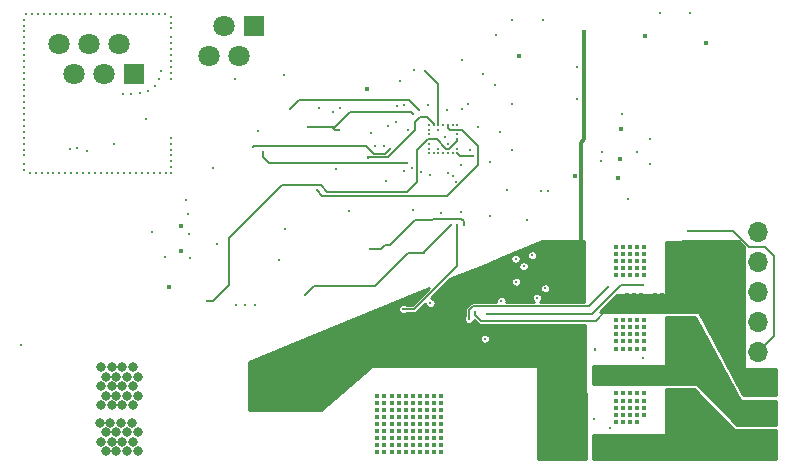
<source format=gbr>
G04 #@! TF.GenerationSoftware,KiCad,Pcbnew,5.1.5-52549c5~84~ubuntu18.04.1*
G04 #@! TF.CreationDate,2020-04-16T17:59:20+02:00*
G04 #@! TF.ProjectId,board,626f6172-642e-46b6-9963-61645f706362,rev?*
G04 #@! TF.SameCoordinates,Original*
G04 #@! TF.FileFunction,Copper,L2,Inr*
G04 #@! TF.FilePolarity,Positive*
%FSLAX46Y46*%
G04 Gerber Fmt 4.6, Leading zero omitted, Abs format (unit mm)*
G04 Created by KiCad (PCBNEW 5.1.5-52549c5~84~ubuntu18.04.1) date 2020-04-16 17:59:20*
%MOMM*%
%LPD*%
G04 APERTURE LIST*
%ADD10O,1.700000X1.700000*%
%ADD11R,1.700000X1.700000*%
%ADD12R,1.800000X1.800000*%
%ADD13C,1.800000*%
%ADD14C,0.310000*%
%ADD15C,0.400000*%
%ADD16C,0.254000*%
%ADD17C,0.800000*%
%ADD18C,0.300000*%
%ADD19C,0.152400*%
%ADD20C,0.254000*%
G04 APERTURE END LIST*
D10*
X156000000Y-119329200D03*
X156000000Y-121869200D03*
X156000000Y-124409200D03*
X156000000Y-126949200D03*
X156000000Y-129489200D03*
X156000000Y-132029200D03*
X156000000Y-134569200D03*
D11*
X156000000Y-137109200D03*
D12*
X113325000Y-101930000D03*
D13*
X112055000Y-104470000D03*
X110785000Y-101930000D03*
X109515000Y-104470000D03*
X96870000Y-103380000D03*
X98140000Y-105920000D03*
D12*
X103220000Y-105920000D03*
D13*
X101950000Y-103380000D03*
X100680000Y-105920000D03*
X99410000Y-103380000D03*
D14*
X128960000Y-112270000D03*
X128960000Y-110670000D03*
X130560000Y-111070000D03*
X129760000Y-111870000D03*
X128160000Y-112270000D03*
D15*
X129100000Y-127200000D03*
X128500000Y-127800000D03*
X124910000Y-127210000D03*
X126700000Y-127800000D03*
X129100000Y-129000000D03*
X129100000Y-127800000D03*
X128500000Y-127200000D03*
X124900000Y-129000000D03*
X126700000Y-128400000D03*
X126100000Y-127200000D03*
X126100000Y-129000000D03*
X124300000Y-127800000D03*
X126100000Y-128400000D03*
X126700000Y-127200000D03*
X123700000Y-127800000D03*
X126100000Y-127800000D03*
X127900000Y-127200000D03*
X124900000Y-127800000D03*
X127310000Y-127210000D03*
X124300000Y-128400000D03*
X127900000Y-129000000D03*
X127300000Y-127800000D03*
X123700000Y-128400000D03*
X125500000Y-129000000D03*
X125500000Y-127200000D03*
X123700000Y-127200000D03*
X124300000Y-129000000D03*
X127900000Y-127800000D03*
X127300000Y-129000000D03*
X125500000Y-128400000D03*
X128500000Y-128400000D03*
X128500000Y-129000000D03*
X123700000Y-129000000D03*
X124900000Y-128400000D03*
X129100000Y-128400000D03*
X127300000Y-128400000D03*
X127900000Y-128400000D03*
X125500000Y-127800000D03*
X126700000Y-129000000D03*
X124300000Y-127200000D03*
X141300000Y-102400000D03*
X141000000Y-120600000D03*
D14*
X117700000Y-124650000D03*
X123600000Y-123900000D03*
X127748000Y-121100000D03*
X130050000Y-118700000D03*
X133750000Y-106885000D03*
X111740000Y-106360000D03*
X115880000Y-106040000D03*
X125700000Y-106510000D03*
X136500000Y-118300000D03*
X133300000Y-118000000D03*
X104200000Y-109800000D03*
X134760000Y-115790000D03*
X130160000Y-110270000D03*
X126057511Y-114137511D03*
X130450000Y-115060000D03*
X128090000Y-108620000D03*
X129200000Y-117696400D03*
D16*
X150110013Y-119267519D03*
D14*
X129655000Y-108965000D03*
X128160000Y-110270000D03*
X147700000Y-100800000D03*
X129360000Y-112670000D03*
X126000000Y-125850000D03*
X130577003Y-118700000D03*
X143300000Y-124000000D03*
X131550000Y-126710000D03*
X146300000Y-123800000D03*
X133060000Y-126250000D03*
X137300000Y-124900000D03*
X146300000Y-130000000D03*
X142200000Y-129300000D03*
X138000000Y-124100000D03*
X136180000Y-122220000D03*
X142130025Y-135169975D03*
X136900000Y-121300000D03*
X143494805Y-135966469D03*
D15*
X126800000Y-136800000D03*
X128000000Y-136800000D03*
X124400000Y-137400000D03*
X128000000Y-136200000D03*
X126200000Y-136200000D03*
X125000000Y-136200000D03*
X124400000Y-136800000D03*
X128000000Y-137400000D03*
X128600000Y-137400000D03*
X126200000Y-136800000D03*
X125010000Y-135610000D03*
X128600000Y-136800000D03*
X124400000Y-136200000D03*
X127400000Y-136800000D03*
X125600000Y-135600000D03*
X126800000Y-137400000D03*
X125000000Y-136800000D03*
X129200000Y-135600000D03*
X126800000Y-135600000D03*
X126200000Y-137400000D03*
X123800000Y-137400000D03*
X128000000Y-135600000D03*
X128600000Y-135600000D03*
X123800000Y-135600000D03*
X128600000Y-136200000D03*
X126200000Y-135600000D03*
X127410000Y-135610000D03*
X127400000Y-136200000D03*
X129200000Y-136800000D03*
X123800000Y-136800000D03*
X125600000Y-137400000D03*
X125600000Y-136200000D03*
X123800000Y-136200000D03*
X125000000Y-137400000D03*
X127400000Y-137400000D03*
X125600000Y-136800000D03*
X124400000Y-135600000D03*
X126800000Y-136200000D03*
X129200000Y-137400000D03*
X129200000Y-136200000D03*
X128600000Y-138000000D03*
X124400000Y-138000000D03*
X126800000Y-138000000D03*
X125600000Y-138000000D03*
X123800000Y-138000000D03*
X126200000Y-138000000D03*
X128000000Y-138000000D03*
X125000000Y-138000000D03*
X129200000Y-138000000D03*
X127400000Y-138000000D03*
X126800000Y-134400000D03*
X128000000Y-134400000D03*
X124400000Y-135000000D03*
X128000000Y-133800000D03*
X126200000Y-133800000D03*
X125000000Y-133800000D03*
X124400000Y-134400000D03*
X128000000Y-135000000D03*
X128600000Y-135000000D03*
X126200000Y-134400000D03*
X125010000Y-133210000D03*
X128600000Y-134400000D03*
X124400000Y-133800000D03*
X127400000Y-134400000D03*
X125600000Y-133200000D03*
X126800000Y-135000000D03*
X125000000Y-134400000D03*
X129200000Y-133200000D03*
X126800000Y-133200000D03*
X126200000Y-135000000D03*
X123800000Y-135000000D03*
X128000000Y-133200000D03*
X128600000Y-133200000D03*
X123800000Y-133200000D03*
X128600000Y-133800000D03*
X126200000Y-133200000D03*
X127410000Y-133210000D03*
X127400000Y-133800000D03*
X129200000Y-134400000D03*
X123800000Y-134400000D03*
X125600000Y-135000000D03*
X125600000Y-133800000D03*
X123800000Y-133800000D03*
X125000000Y-135000000D03*
X127400000Y-135000000D03*
X125600000Y-134400000D03*
X124400000Y-133200000D03*
X126800000Y-133800000D03*
X129200000Y-135000000D03*
X129200000Y-133800000D03*
X146400000Y-127400000D03*
X144600000Y-127400000D03*
X144600000Y-128600000D03*
X144600000Y-128000000D03*
X146400000Y-129200000D03*
X145800000Y-129200000D03*
X145200000Y-126800000D03*
X145800000Y-126800000D03*
X145800000Y-128000000D03*
X145200000Y-129200000D03*
X145200000Y-127400000D03*
X144600000Y-126800000D03*
X145800000Y-127400000D03*
X145800000Y-128600000D03*
X145200000Y-128600000D03*
X145200000Y-128000000D03*
X146400000Y-126800000D03*
X146400000Y-128000000D03*
X144600000Y-129200000D03*
X146400000Y-128600000D03*
X146400000Y-133600000D03*
X144600000Y-133600000D03*
X144600000Y-134800000D03*
X144600000Y-134200000D03*
X145800000Y-135400000D03*
X145200000Y-133000000D03*
X145800000Y-133000000D03*
X145800000Y-134200000D03*
X145200000Y-135400000D03*
X145200000Y-133600000D03*
X144600000Y-133000000D03*
X145800000Y-133600000D03*
X145800000Y-134800000D03*
X145200000Y-134800000D03*
X145200000Y-134200000D03*
X146400000Y-133000000D03*
X146400000Y-134200000D03*
X144600000Y-135400000D03*
X146400000Y-134800000D03*
X144000000Y-128000000D03*
X144000000Y-129200000D03*
X144000000Y-126800000D03*
X144000000Y-128600000D03*
X144000000Y-127400000D03*
X144000000Y-121200000D03*
X144000000Y-122400000D03*
X144000000Y-121800000D03*
X144000000Y-120600000D03*
X144000000Y-123000000D03*
X144000000Y-134800000D03*
X144000000Y-133600000D03*
X144000000Y-135400000D03*
X144000000Y-133000000D03*
X144000000Y-134200000D03*
X146400000Y-121200000D03*
X146400000Y-121800000D03*
X146400000Y-122400000D03*
X146400000Y-123000000D03*
X145800000Y-123000000D03*
X145800000Y-122400000D03*
X145800000Y-121800000D03*
X145800000Y-121200000D03*
X145800000Y-120600000D03*
X145200000Y-120600000D03*
X145200000Y-121200000D03*
X145200000Y-121800000D03*
X145200000Y-122400000D03*
X145200000Y-123000000D03*
X144600000Y-123000000D03*
X144600000Y-120600000D03*
X144600000Y-121800000D03*
X144600000Y-121200000D03*
X144600000Y-122400000D03*
D17*
X100300000Y-135500000D03*
X101200000Y-135500000D03*
X102100000Y-135500000D03*
X103000000Y-135500000D03*
X100800000Y-136300000D03*
X101700000Y-136300000D03*
X102600000Y-136300000D03*
X103500000Y-136300000D03*
X100400000Y-137100000D03*
X101300000Y-137100000D03*
X102200000Y-137100000D03*
X103100000Y-137100000D03*
X100800000Y-137900000D03*
X101700000Y-137900000D03*
X102600000Y-137900000D03*
X103500000Y-137900000D03*
D15*
X146400000Y-120600000D03*
D14*
X133860000Y-102690000D03*
X135200000Y-108500000D03*
X134200000Y-110900000D03*
X135200000Y-112400000D03*
X140700000Y-105400000D03*
X134300000Y-125167399D03*
X132900000Y-128360000D03*
X128290000Y-125350000D03*
X145000000Y-116500000D03*
X126800000Y-117500000D03*
X137812500Y-101400000D03*
X135200000Y-101400000D03*
X107800000Y-117850000D03*
X113700000Y-110800000D03*
X124510000Y-115040000D03*
X121370000Y-117590000D03*
X140680000Y-108090000D03*
X132720000Y-105960000D03*
X129550000Y-111270000D03*
X124740000Y-110340000D03*
X93610000Y-128920000D03*
X120320000Y-113980000D03*
X116000000Y-119050000D03*
X126050000Y-108610000D03*
X126360000Y-110690000D03*
X131610000Y-112370000D03*
X130560000Y-112270000D03*
X133330000Y-113390000D03*
D15*
X107200000Y-118800000D03*
X107200000Y-120975000D03*
X144200000Y-114800000D03*
X140500000Y-114600000D03*
X135800000Y-104400000D03*
X151600000Y-103300000D03*
X122960000Y-107250000D03*
X106180000Y-124020000D03*
X146500000Y-102700000D03*
X144316448Y-113113552D03*
X144400000Y-110600000D03*
D16*
X107590000Y-116630000D03*
D15*
X149100000Y-124700000D03*
X149700000Y-125900000D03*
X149700000Y-124700000D03*
X149100000Y-125900000D03*
X149100000Y-125300000D03*
X149700000Y-125300000D03*
X150300000Y-125300000D03*
X150300000Y-125900000D03*
X150300000Y-124700000D03*
X151000000Y-124700000D03*
X151600000Y-125900000D03*
X151600000Y-124700000D03*
X151000000Y-125900000D03*
X151000000Y-125300000D03*
X151600000Y-125300000D03*
X152200000Y-125300000D03*
X152200000Y-125900000D03*
X152200000Y-124700000D03*
X151600000Y-122900000D03*
X152200000Y-124100000D03*
X152200000Y-122900000D03*
X151600000Y-124100000D03*
X151600000Y-123500000D03*
X152200000Y-123500000D03*
X152800000Y-123500000D03*
X152800000Y-124100000D03*
X152800000Y-122900000D03*
X152200000Y-126500000D03*
X152800000Y-127700000D03*
X152800000Y-126500000D03*
X152200000Y-127700000D03*
X152200000Y-127100000D03*
X152800000Y-127100000D03*
X153400000Y-127100000D03*
X153400000Y-127700000D03*
X153400000Y-126500000D03*
X152800000Y-124700000D03*
X153400000Y-125900000D03*
X153400000Y-124700000D03*
X152800000Y-125900000D03*
X152800000Y-125300000D03*
X153400000Y-125300000D03*
X154000000Y-125300000D03*
X154000000Y-125900000D03*
X154000000Y-124700000D03*
X151600000Y-121100000D03*
X152200000Y-121700000D03*
X152200000Y-122300000D03*
X152200000Y-121100000D03*
X151600000Y-122300000D03*
X152800000Y-122300000D03*
X152800000Y-121100000D03*
X151600000Y-121700000D03*
X152800000Y-121700000D03*
X153400000Y-122900000D03*
X154000000Y-124100000D03*
X153400000Y-124100000D03*
X153400000Y-123500000D03*
X153400000Y-121100000D03*
X153400000Y-122300000D03*
X153400000Y-121700000D03*
X154000000Y-126500000D03*
X154000000Y-127700000D03*
X154000000Y-127100000D03*
X151600000Y-126500000D03*
X152800000Y-128300000D03*
X153400000Y-128300000D03*
X154000000Y-128300000D03*
X152800000Y-128900000D03*
X153400000Y-128900000D03*
X154000000Y-128900000D03*
X154000000Y-129500000D03*
X153400000Y-129500000D03*
X154000000Y-130100000D03*
X153400000Y-130100000D03*
X154000000Y-130700000D03*
X154000000Y-131300000D03*
X144310000Y-124710000D03*
X144900000Y-125900000D03*
X144900000Y-125300000D03*
X145500000Y-124700000D03*
X144300000Y-125900000D03*
X144300000Y-125300000D03*
X145500000Y-125900000D03*
X146100000Y-124700000D03*
X144900000Y-124700000D03*
X146100000Y-125900000D03*
X145500000Y-125300000D03*
X146100000Y-125300000D03*
X146710000Y-124710000D03*
X147300000Y-125900000D03*
X147300000Y-125300000D03*
X147900000Y-124700000D03*
X146700000Y-125900000D03*
X146700000Y-125300000D03*
X147900000Y-125900000D03*
X148500000Y-124700000D03*
X147300000Y-124700000D03*
X148500000Y-125900000D03*
X147900000Y-125300000D03*
X148500000Y-125300000D03*
D14*
X132070000Y-126100000D03*
X143110000Y-126060000D03*
D15*
X149600000Y-132000000D03*
X150200000Y-130800000D03*
X149600000Y-130800000D03*
X150200000Y-132000000D03*
X149600000Y-131400000D03*
X150200000Y-131400000D03*
X152600000Y-132000000D03*
X152600000Y-131400000D03*
X152000000Y-132000000D03*
X152000000Y-131400000D03*
X152600000Y-130800000D03*
X152000000Y-130800000D03*
X150800000Y-132000000D03*
X151400000Y-130800000D03*
X150800000Y-130800000D03*
X151400000Y-132000000D03*
X150800000Y-131400000D03*
X151400000Y-131400000D03*
X152000000Y-130200000D03*
X152000000Y-129600000D03*
X151400000Y-129000000D03*
X151400000Y-129600000D03*
X151400000Y-130200000D03*
X152600000Y-133200000D03*
X153200000Y-133200000D03*
X152600000Y-132600000D03*
X153200000Y-132600000D03*
X153200000Y-132000000D03*
X152000000Y-132600000D03*
X153800000Y-134400000D03*
X153200000Y-134400000D03*
X153800000Y-133800000D03*
X153200000Y-133800000D03*
X153800000Y-133200000D03*
X143600000Y-132000000D03*
X143600000Y-131400000D03*
X148400000Y-130800000D03*
X148400000Y-132000000D03*
X149000000Y-130800000D03*
X143600000Y-130800000D03*
X149000000Y-132000000D03*
X148400000Y-131400000D03*
X149000000Y-131400000D03*
X143100000Y-131400000D03*
X143100000Y-132000000D03*
D14*
X135548036Y-123532076D03*
D15*
X143110000Y-130810000D03*
X149100000Y-137900000D03*
X150300000Y-137900000D03*
X149100000Y-138500000D03*
X148500000Y-137300000D03*
X149700000Y-138500000D03*
X149700000Y-137300000D03*
X150900000Y-137300000D03*
X151500000Y-138500000D03*
X149100000Y-136700000D03*
X149710000Y-136710000D03*
X151500000Y-137300000D03*
X148500000Y-138500000D03*
X149700000Y-137900000D03*
X148500000Y-137900000D03*
X150300000Y-138500000D03*
X151500000Y-137900000D03*
X150900000Y-136700000D03*
X150900000Y-137900000D03*
X151500000Y-136700000D03*
X150900000Y-138500000D03*
X149100000Y-137300000D03*
X150300000Y-136700000D03*
X148500000Y-136700000D03*
X150300000Y-137300000D03*
X152110000Y-136710000D03*
X153900000Y-137300000D03*
X152100000Y-138500000D03*
X153900000Y-137900000D03*
X153300000Y-136700000D03*
X153300000Y-138500000D03*
X153300000Y-137900000D03*
X153900000Y-136700000D03*
X153300000Y-137300000D03*
X152100000Y-137300000D03*
X152700000Y-138500000D03*
X152700000Y-136700000D03*
X152700000Y-137900000D03*
X152100000Y-137900000D03*
X152700000Y-137300000D03*
X153900000Y-138500000D03*
X153300000Y-136100000D03*
X151500000Y-136100000D03*
X151500000Y-135500000D03*
X152700000Y-135500000D03*
X152110000Y-135510000D03*
X152100000Y-136100000D03*
X152700000Y-136100000D03*
X151500000Y-134900000D03*
X152110000Y-134910000D03*
X151500000Y-134300000D03*
X143610000Y-136710000D03*
X144200000Y-137900000D03*
X144200000Y-137300000D03*
X144800000Y-136700000D03*
X143600000Y-137900000D03*
X143600000Y-137300000D03*
X144800000Y-137900000D03*
X145400000Y-136700000D03*
X144200000Y-136700000D03*
X145400000Y-137900000D03*
X144800000Y-137300000D03*
X145400000Y-137300000D03*
X143600000Y-138500000D03*
X145400000Y-138500000D03*
X144800000Y-138500000D03*
X144200000Y-138500000D03*
X146000000Y-137900000D03*
X147800000Y-137900000D03*
X147800000Y-138500000D03*
X147200000Y-137300000D03*
X147800000Y-136700000D03*
X146600000Y-136700000D03*
X146010000Y-136710000D03*
X147200000Y-138500000D03*
X146000000Y-137300000D03*
X147200000Y-137900000D03*
X146000000Y-138500000D03*
X146600000Y-138500000D03*
X146600000Y-137300000D03*
X147800000Y-137300000D03*
X147200000Y-136700000D03*
X146600000Y-137900000D03*
D14*
X135500000Y-121608700D03*
X104940000Y-106980000D03*
X105300000Y-106350000D03*
X105500000Y-105660000D03*
X104390000Y-107420000D03*
X103690000Y-107560000D03*
X102950000Y-107640000D03*
X102270000Y-107670000D03*
X106350000Y-106350000D03*
X106350000Y-105850000D03*
X106350000Y-105350000D03*
X106350000Y-104850000D03*
X106350000Y-104350000D03*
X106350000Y-103850000D03*
X106350000Y-103350000D03*
X106350000Y-102850000D03*
X106350000Y-102100000D03*
X106350000Y-101600000D03*
X106350000Y-101100000D03*
X105830000Y-100870000D03*
X105330000Y-100870000D03*
X104830000Y-100870000D03*
X104330000Y-100870000D03*
X103830000Y-100870000D03*
X103330000Y-100870000D03*
X102830000Y-100870000D03*
X102330000Y-100870000D03*
X101830000Y-100870000D03*
X101330000Y-100870000D03*
X100830000Y-100870000D03*
X100330000Y-100870000D03*
X99580000Y-100870000D03*
X99080000Y-100870000D03*
X98580000Y-100870000D03*
X98080000Y-100870000D03*
X97580000Y-100870000D03*
X97080000Y-100870000D03*
X96580000Y-100870000D03*
X96080000Y-100870000D03*
X95580000Y-100870000D03*
X95080000Y-100870000D03*
X94580000Y-100870000D03*
X94080000Y-100870000D03*
X93850000Y-101350000D03*
X93850000Y-101850000D03*
X93850000Y-102350000D03*
X93850000Y-102850000D03*
X93850000Y-103350000D03*
X93850000Y-103850000D03*
X93850000Y-104350000D03*
X93850000Y-104850000D03*
X93850000Y-105350000D03*
X93850000Y-105850000D03*
X93850000Y-106350000D03*
X93850000Y-106850000D03*
X93850000Y-107350000D03*
X93850000Y-107850000D03*
X93850000Y-108350000D03*
X93850000Y-108850000D03*
X93850000Y-109350000D03*
X93850000Y-109850000D03*
X93850000Y-110350000D03*
X93850000Y-110850000D03*
X93850000Y-111350000D03*
X93850000Y-111850000D03*
X93850000Y-112350000D03*
X93850000Y-112850000D03*
X93850000Y-113600000D03*
X93850000Y-114100000D03*
X94370000Y-114330000D03*
X94870000Y-114330000D03*
X95370000Y-114330000D03*
X95870000Y-114330000D03*
X96370000Y-114330000D03*
X96870000Y-114330000D03*
X97370000Y-114330000D03*
X97870000Y-114330000D03*
X98370000Y-114330000D03*
X98870000Y-114330000D03*
X99370000Y-114330000D03*
X99870000Y-114330000D03*
X100370000Y-114330000D03*
X100870000Y-114330000D03*
X101370000Y-114330000D03*
X101870000Y-114330000D03*
X102370000Y-114330000D03*
X102870000Y-114330000D03*
X103370000Y-114330000D03*
X103870000Y-114330000D03*
X104370000Y-114330000D03*
X104870000Y-114330000D03*
X105370000Y-114330000D03*
X105870000Y-114330000D03*
X106350000Y-114330000D03*
X106350000Y-113850000D03*
X106350000Y-113350000D03*
X106350000Y-112850000D03*
X106300000Y-112400000D03*
X106300000Y-111900000D03*
X106300000Y-111400000D03*
X145785000Y-112600000D03*
X142817600Y-112590000D03*
X142762409Y-113295191D03*
X146915000Y-113600000D03*
X105820000Y-121420000D03*
X107910000Y-121529400D03*
X146915000Y-111500000D03*
X144500000Y-109300000D03*
X109370000Y-125170000D03*
X130560000Y-111470000D03*
X115450000Y-121670000D03*
X138270000Y-115830000D03*
X110245000Y-120325000D03*
X137660000Y-115820000D03*
X123200000Y-120750000D03*
X131103901Y-118710475D03*
X101500000Y-111900000D03*
X109900000Y-113900000D03*
X114110000Y-112540000D03*
X126300000Y-113500000D03*
X113250000Y-112100000D03*
X124840000Y-112340000D03*
D17*
X100800000Y-133200000D03*
X101700000Y-133200000D03*
X102600000Y-133200000D03*
X103500000Y-133200000D03*
X100400000Y-130800000D03*
X101300000Y-130800000D03*
X102200000Y-130800000D03*
X103100000Y-130800000D03*
X100800000Y-131600000D03*
X101700000Y-131600000D03*
X102600000Y-131600000D03*
X103500000Y-131600000D03*
X100400000Y-132400000D03*
X101300000Y-132400000D03*
X102200000Y-132400000D03*
X103100000Y-132400000D03*
X100400000Y-134000000D03*
X101300000Y-134000000D03*
X102200000Y-134000000D03*
X103100000Y-134000000D03*
D14*
X131450000Y-108470000D03*
X98330000Y-112240000D03*
X104690000Y-119340000D03*
X107830000Y-119540000D03*
X128160000Y-112670000D03*
X126743959Y-113953959D03*
X128560000Y-112670000D03*
X127458552Y-114268552D03*
X128960000Y-112670000D03*
X128260000Y-114540000D03*
X126900000Y-105600000D03*
X131000000Y-104800000D03*
X125400000Y-110000000D03*
X132300000Y-110400000D03*
X118880000Y-108800000D03*
X130170000Y-114630000D03*
X120070000Y-109170000D03*
X129760000Y-112670000D03*
X120670000Y-108810000D03*
X129760000Y-114310000D03*
X118650000Y-115810000D03*
X129760000Y-110270000D03*
X127300000Y-109000000D03*
X116400000Y-108930000D03*
X128960000Y-110270000D03*
X127810000Y-105680000D03*
X97770000Y-112270000D03*
X130560000Y-110270000D03*
X130940000Y-108880000D03*
X99220000Y-112444400D03*
X113400000Y-125500000D03*
X124330000Y-112080000D03*
X112600000Y-125500000D03*
X123560000Y-112060000D03*
X111800000Y-125500000D03*
X128160000Y-111870000D03*
X120530000Y-110710000D03*
X117950000Y-110400000D03*
X128160000Y-110670000D03*
X126810000Y-109340000D03*
X129360000Y-110270000D03*
X123230000Y-110940000D03*
X123000000Y-113001600D03*
X128560000Y-110270000D03*
X128160000Y-111070000D03*
X125470000Y-108644400D03*
X130560000Y-112670000D03*
X131900000Y-112925599D03*
X150300000Y-100800000D03*
X130160000Y-112670000D03*
X130910000Y-113650000D03*
X130900000Y-117600000D03*
D18*
X141000000Y-111780000D02*
X141300000Y-111480000D01*
X141000000Y-120600000D02*
X141000000Y-111780000D01*
X141300000Y-102400000D02*
X141300000Y-111480000D01*
D19*
X118450000Y-123900000D02*
X118050000Y-124300000D01*
X123600000Y-123900000D02*
X118450000Y-123900000D01*
X118050000Y-124300000D02*
X117700000Y-124650000D01*
X124192000Y-123308000D02*
X123600000Y-123900000D01*
X126400000Y-121100000D02*
X124192000Y-123308000D01*
X127748000Y-121100000D02*
X126400000Y-121100000D01*
X127762842Y-121100000D02*
X127748000Y-121100000D01*
X127748000Y-121002000D02*
X127748000Y-121100000D01*
X130050000Y-118700000D02*
X127748000Y-121002000D01*
X157350000Y-121390000D02*
X157350000Y-128139200D01*
X157350000Y-128139200D02*
X156000000Y-129489200D01*
X156580000Y-120620000D02*
X157350000Y-121390000D01*
X155300000Y-120620000D02*
X156580000Y-120620000D01*
X150110013Y-119267519D02*
X153947519Y-119267519D01*
X153947519Y-119267519D02*
X155300000Y-120620000D01*
X126902400Y-125850000D02*
X126000000Y-125850000D01*
X130577003Y-118700000D02*
X130577003Y-122175397D01*
X130577003Y-122175397D02*
X126902400Y-125850000D01*
X141691301Y-125608699D02*
X143300000Y-124000000D01*
X131908175Y-125608699D02*
X141691301Y-125608699D01*
X131550000Y-126710000D02*
X131550000Y-125966874D01*
X131550000Y-125966874D02*
X131908175Y-125608699D01*
X133060000Y-126250000D02*
X142000000Y-126250000D01*
X144450000Y-123800000D02*
X146300000Y-123800000D01*
X142000000Y-126250000D02*
X144450000Y-123800000D01*
X142200000Y-129190000D02*
X142200000Y-129300000D01*
X132070000Y-126100000D02*
X132070000Y-126382842D01*
X132070000Y-126382842D02*
X132540359Y-126853201D01*
X142316799Y-126853201D02*
X143110000Y-126060000D01*
X141976799Y-126853201D02*
X142316799Y-126853201D01*
X132540359Y-126853201D02*
X141976799Y-126853201D01*
X109890000Y-125170000D02*
X109370000Y-125170000D01*
X111230000Y-123840000D02*
X109890000Y-125170000D01*
X111230000Y-119840000D02*
X111230000Y-123840000D01*
X113620000Y-117450000D02*
X111230000Y-119840000D01*
X113630000Y-117440000D02*
X113620000Y-117450000D01*
X130560000Y-111611421D02*
X130560000Y-111470000D01*
X129901421Y-112270000D02*
X130560000Y-111611421D01*
X129650000Y-112270000D02*
X129901421Y-112270000D01*
X128090000Y-111470000D02*
X128850000Y-111470000D01*
X128850000Y-111470000D02*
X129650000Y-112270000D01*
X128011201Y-111548799D02*
X128090000Y-111470000D01*
X128005823Y-111548799D02*
X128011201Y-111548799D01*
X115720000Y-115350000D02*
X119000000Y-115350000D01*
X119560000Y-115910000D02*
X126300000Y-115910000D01*
X113620000Y-117450000D02*
X115720000Y-115350000D01*
X127137351Y-115072649D02*
X127137351Y-112417271D01*
X119000000Y-115350000D02*
X119560000Y-115910000D01*
X127137351Y-112417271D02*
X128005823Y-111548799D01*
X126300000Y-115910000D02*
X127137351Y-115072649D01*
X124430000Y-120422400D02*
X124102400Y-120750000D01*
X124857600Y-120422400D02*
X124430000Y-120422400D01*
X131103901Y-118710475D02*
X131103901Y-118427633D01*
X131103901Y-118427633D02*
X130866268Y-118190000D01*
X130866268Y-118190000D02*
X128530000Y-118190000D01*
X128530000Y-118190000D02*
X128385601Y-118334399D01*
X128385601Y-118334399D02*
X126945601Y-118334399D01*
X124102400Y-120750000D02*
X123200000Y-120750000D01*
X126945601Y-118334399D02*
X124857600Y-120422400D01*
X114110000Y-113010000D02*
X114110000Y-112540000D01*
X126300000Y-113500000D02*
X114600000Y-113500000D01*
X114600000Y-113500000D02*
X114110000Y-113010000D01*
X124480000Y-112700000D02*
X124840000Y-112340000D01*
X123490000Y-112700000D02*
X124480000Y-112700000D01*
X122866815Y-112076815D02*
X123490000Y-112700000D01*
X113226815Y-112076815D02*
X113250000Y-112100000D01*
X113226815Y-112076815D02*
X122866815Y-112076815D01*
X129760000Y-110520000D02*
X129760000Y-110270000D01*
X129920000Y-110680000D02*
X129760000Y-110520000D01*
X119120000Y-116280000D02*
X129705378Y-116280000D01*
X118650000Y-115810000D02*
X119120000Y-116280000D01*
X129705378Y-116280000D02*
X132300000Y-113685378D01*
X132300000Y-113685378D02*
X132300000Y-112020000D01*
X132300000Y-112020000D02*
X130960000Y-110680000D01*
X130960000Y-110680000D02*
X129920000Y-110680000D01*
X116831601Y-108498399D02*
X116400000Y-108930000D01*
X126798399Y-108498399D02*
X126880000Y-108580000D01*
X126880000Y-108580000D02*
X127300000Y-109000000D01*
X126440000Y-108140000D02*
X126700000Y-108400000D01*
X126700000Y-108400000D02*
X126880000Y-108580000D01*
X117190000Y-108140000D02*
X126440000Y-108140000D01*
X116400000Y-108930000D02*
X117190000Y-108140000D01*
X128878831Y-106748831D02*
X127810000Y-105680000D01*
X128960000Y-110270000D02*
X128960000Y-106830000D01*
X128960000Y-106830000D02*
X128878831Y-106748831D01*
X118232842Y-110400000D02*
X117950000Y-110400000D01*
X119937158Y-110400000D02*
X119714330Y-110400000D01*
X120247158Y-110710000D02*
X119937158Y-110400000D01*
X120530000Y-110710000D02*
X120247158Y-110710000D01*
X119714330Y-110400000D02*
X118232842Y-110400000D01*
X121454063Y-109179299D02*
X126435954Y-109179299D01*
X120233362Y-110400000D02*
X121454063Y-109179299D01*
X119714330Y-110400000D02*
X120233362Y-110400000D01*
X126435954Y-109179299D02*
X126649299Y-109179299D01*
X126649299Y-109179299D02*
X126810000Y-109340000D01*
X123038400Y-113040000D02*
X123000000Y-113001600D01*
X123282842Y-113001600D02*
X123000000Y-113001600D01*
X123286052Y-113004810D02*
X123282842Y-113001600D01*
X124684978Y-113000000D02*
X124640000Y-113000000D01*
X124640000Y-113000000D02*
X123286052Y-113004810D01*
X128560000Y-110270000D02*
X128560000Y-110165022D01*
X128560000Y-110165022D02*
X128014978Y-109620000D01*
X127390000Y-109620000D02*
X127010000Y-110000000D01*
X128014978Y-109620000D02*
X127390000Y-109620000D01*
X127010000Y-110000000D02*
X127010000Y-110674978D01*
X127010000Y-110674978D02*
X124684978Y-113000000D01*
X131900000Y-112925599D02*
X130977936Y-112925599D01*
X130815599Y-112925599D02*
X131900000Y-112925599D01*
X130560000Y-112670000D02*
X130815599Y-112925599D01*
D20*
G36*
X141329175Y-125253099D02*
G01*
X137553450Y-125253099D01*
X137576914Y-125237421D01*
X137637421Y-125176914D01*
X137684960Y-125105766D01*
X137717706Y-125026710D01*
X137734400Y-124942785D01*
X137734400Y-124857215D01*
X137717706Y-124773290D01*
X137684960Y-124694234D01*
X137637421Y-124623086D01*
X137576914Y-124562579D01*
X137505766Y-124515040D01*
X137426710Y-124482294D01*
X137342785Y-124465600D01*
X137257215Y-124465600D01*
X137173290Y-124482294D01*
X137094234Y-124515040D01*
X137023086Y-124562579D01*
X136962579Y-124623086D01*
X136915040Y-124694234D01*
X136882294Y-124773290D01*
X136865600Y-124857215D01*
X136865600Y-124942785D01*
X136882294Y-125026710D01*
X136915040Y-125105766D01*
X136962579Y-125176914D01*
X137023086Y-125237421D01*
X137046550Y-125253099D01*
X134723416Y-125253099D01*
X134732000Y-125209947D01*
X134732000Y-125124851D01*
X134715398Y-125041389D01*
X134682833Y-124962770D01*
X134635556Y-124892015D01*
X134575384Y-124831843D01*
X134504629Y-124784566D01*
X134426010Y-124752001D01*
X134342548Y-124735399D01*
X134257452Y-124735399D01*
X134173990Y-124752001D01*
X134095371Y-124784566D01*
X134024616Y-124831843D01*
X133964444Y-124892015D01*
X133917167Y-124962770D01*
X133884602Y-125041389D01*
X133868000Y-125124851D01*
X133868000Y-125209947D01*
X133876584Y-125253099D01*
X131925630Y-125253099D01*
X131908175Y-125251380D01*
X131890719Y-125253099D01*
X131890712Y-125253099D01*
X131844741Y-125257627D01*
X131838464Y-125258245D01*
X131818131Y-125264413D01*
X131771435Y-125278578D01*
X131709659Y-125311598D01*
X131655512Y-125356036D01*
X131644380Y-125369600D01*
X131310901Y-125703080D01*
X131297338Y-125714211D01*
X131252900Y-125768358D01*
X131245608Y-125782000D01*
X131219880Y-125830133D01*
X131199546Y-125897164D01*
X131192681Y-125966874D01*
X131194401Y-125984339D01*
X131194400Y-126460293D01*
X131165040Y-126504234D01*
X131132294Y-126583290D01*
X131115600Y-126667215D01*
X131115600Y-126752785D01*
X131132294Y-126836710D01*
X131165040Y-126915766D01*
X131212579Y-126986914D01*
X131273086Y-127047421D01*
X131344234Y-127094960D01*
X131423290Y-127127706D01*
X131507215Y-127144400D01*
X131592785Y-127144400D01*
X131676710Y-127127706D01*
X131755766Y-127094960D01*
X131826914Y-127047421D01*
X131887421Y-126986914D01*
X131934960Y-126915766D01*
X131967706Y-126836710D01*
X131977107Y-126789448D01*
X132278345Y-127090687D01*
X132289401Y-127104159D01*
X132302872Y-127115214D01*
X132343182Y-127148296D01*
X132375979Y-127165826D01*
X132404542Y-127181093D01*
X132471120Y-127201290D01*
X132523016Y-127206401D01*
X132523018Y-127206401D01*
X132540358Y-127208109D01*
X132557698Y-127206401D01*
X141350066Y-127206401D01*
X141471634Y-138573000D01*
X137427000Y-138573000D01*
X137427000Y-130800000D01*
X137424560Y-130775224D01*
X137417333Y-130751399D01*
X137405597Y-130729443D01*
X137389803Y-130710197D01*
X137370557Y-130694403D01*
X137348601Y-130682667D01*
X137324776Y-130675440D01*
X137300000Y-130673000D01*
X123400000Y-130673000D01*
X123375224Y-130675440D01*
X123351399Y-130682667D01*
X123329443Y-130694403D01*
X123317165Y-130703733D01*
X119052882Y-134373000D01*
X112927000Y-134373000D01*
X112927000Y-130345028D01*
X117847725Y-128317452D01*
X132468000Y-128317452D01*
X132468000Y-128402548D01*
X132484602Y-128486010D01*
X132517167Y-128564629D01*
X132564444Y-128635384D01*
X132624616Y-128695556D01*
X132695371Y-128742833D01*
X132773990Y-128775398D01*
X132857452Y-128792000D01*
X132942548Y-128792000D01*
X133026010Y-128775398D01*
X133104629Y-128742833D01*
X133175384Y-128695556D01*
X133235556Y-128635384D01*
X133282833Y-128564629D01*
X133315398Y-128486010D01*
X133332000Y-128402548D01*
X133332000Y-128317452D01*
X133315398Y-128233990D01*
X133282833Y-128155371D01*
X133235556Y-128084616D01*
X133175384Y-128024444D01*
X133104629Y-127977167D01*
X133026010Y-127944602D01*
X132942548Y-127928000D01*
X132857452Y-127928000D01*
X132773990Y-127944602D01*
X132695371Y-127977167D01*
X132624616Y-128024444D01*
X132564444Y-128084616D01*
X132517167Y-128155371D01*
X132484602Y-128233990D01*
X132468000Y-128317452D01*
X117847725Y-128317452D01*
X128201844Y-124051056D01*
X126756101Y-125496800D01*
X126248978Y-125496800D01*
X126204629Y-125467167D01*
X126126010Y-125434602D01*
X126042548Y-125418000D01*
X125957452Y-125418000D01*
X125873990Y-125434602D01*
X125795371Y-125467167D01*
X125724616Y-125514444D01*
X125664444Y-125574616D01*
X125617167Y-125645371D01*
X125584602Y-125723990D01*
X125568000Y-125807452D01*
X125568000Y-125892548D01*
X125584602Y-125976010D01*
X125617167Y-126054629D01*
X125664444Y-126125384D01*
X125724616Y-126185556D01*
X125795371Y-126232833D01*
X125873990Y-126265398D01*
X125957452Y-126282000D01*
X126042548Y-126282000D01*
X126126010Y-126265398D01*
X126204629Y-126232833D01*
X126248978Y-126203200D01*
X126885060Y-126203200D01*
X126902400Y-126204908D01*
X126919740Y-126203200D01*
X126919743Y-126203200D01*
X126971639Y-126198089D01*
X127038217Y-126177892D01*
X127099576Y-126145095D01*
X127153358Y-126100958D01*
X127164419Y-126087481D01*
X127858224Y-125393675D01*
X127874602Y-125476010D01*
X127907167Y-125554629D01*
X127954444Y-125625384D01*
X128014616Y-125685556D01*
X128085371Y-125732833D01*
X128163990Y-125765398D01*
X128247452Y-125782000D01*
X128332548Y-125782000D01*
X128416010Y-125765398D01*
X128494629Y-125732833D01*
X128565384Y-125685556D01*
X128625556Y-125625384D01*
X128672833Y-125554629D01*
X128705398Y-125476010D01*
X128722000Y-125392548D01*
X128722000Y-125307452D01*
X128705398Y-125223990D01*
X128672833Y-125145371D01*
X128625556Y-125074616D01*
X128565384Y-125014444D01*
X128494629Y-124967167D01*
X128416010Y-124934602D01*
X128333675Y-124918224D01*
X129194684Y-124057215D01*
X137565600Y-124057215D01*
X137565600Y-124142785D01*
X137582294Y-124226710D01*
X137615040Y-124305766D01*
X137662579Y-124376914D01*
X137723086Y-124437421D01*
X137794234Y-124484960D01*
X137873290Y-124517706D01*
X137957215Y-124534400D01*
X138042785Y-124534400D01*
X138126710Y-124517706D01*
X138205766Y-124484960D01*
X138276914Y-124437421D01*
X138337421Y-124376914D01*
X138384960Y-124305766D01*
X138417706Y-124226710D01*
X138434400Y-124142785D01*
X138434400Y-124057215D01*
X138417706Y-123973290D01*
X138384960Y-123894234D01*
X138337421Y-123823086D01*
X138276914Y-123762579D01*
X138205766Y-123715040D01*
X138126710Y-123682294D01*
X138042785Y-123665600D01*
X137957215Y-123665600D01*
X137873290Y-123682294D01*
X137794234Y-123715040D01*
X137723086Y-123762579D01*
X137662579Y-123823086D01*
X137615040Y-123894234D01*
X137582294Y-123973290D01*
X137565600Y-124057215D01*
X129194684Y-124057215D01*
X129762372Y-123489528D01*
X135116036Y-123489528D01*
X135116036Y-123574624D01*
X135132638Y-123658086D01*
X135165203Y-123736705D01*
X135212480Y-123807460D01*
X135272652Y-123867632D01*
X135343407Y-123914909D01*
X135422026Y-123947474D01*
X135505488Y-123964076D01*
X135590584Y-123964076D01*
X135674046Y-123947474D01*
X135752665Y-123914909D01*
X135823420Y-123867632D01*
X135883592Y-123807460D01*
X135930869Y-123736705D01*
X135963434Y-123658086D01*
X135980036Y-123574624D01*
X135980036Y-123489528D01*
X135963434Y-123406066D01*
X135930869Y-123327447D01*
X135883592Y-123256692D01*
X135823420Y-123196520D01*
X135752665Y-123149243D01*
X135674046Y-123116678D01*
X135590584Y-123100076D01*
X135505488Y-123100076D01*
X135422026Y-123116678D01*
X135343407Y-123149243D01*
X135272652Y-123196520D01*
X135212480Y-123256692D01*
X135165203Y-123327447D01*
X135132638Y-123406066D01*
X135116036Y-123489528D01*
X129762372Y-123489528D01*
X129900963Y-123350938D01*
X132749471Y-122177215D01*
X135745600Y-122177215D01*
X135745600Y-122262785D01*
X135762294Y-122346710D01*
X135795040Y-122425766D01*
X135842579Y-122496914D01*
X135903086Y-122557421D01*
X135974234Y-122604960D01*
X136053290Y-122637706D01*
X136137215Y-122654400D01*
X136222785Y-122654400D01*
X136306710Y-122637706D01*
X136385766Y-122604960D01*
X136456914Y-122557421D01*
X136517421Y-122496914D01*
X136564960Y-122425766D01*
X136597706Y-122346710D01*
X136614400Y-122262785D01*
X136614400Y-122177215D01*
X136597706Y-122093290D01*
X136564960Y-122014234D01*
X136517421Y-121943086D01*
X136456914Y-121882579D01*
X136385766Y-121835040D01*
X136306710Y-121802294D01*
X136222785Y-121785600D01*
X136137215Y-121785600D01*
X136053290Y-121802294D01*
X135974234Y-121835040D01*
X135903086Y-121882579D01*
X135842579Y-121943086D01*
X135795040Y-122014234D01*
X135762294Y-122093290D01*
X135745600Y-122177215D01*
X132749471Y-122177215D01*
X134232460Y-121566152D01*
X135068000Y-121566152D01*
X135068000Y-121651248D01*
X135084602Y-121734710D01*
X135117167Y-121813329D01*
X135164444Y-121884084D01*
X135224616Y-121944256D01*
X135295371Y-121991533D01*
X135373990Y-122024098D01*
X135457452Y-122040700D01*
X135542548Y-122040700D01*
X135626010Y-122024098D01*
X135704629Y-121991533D01*
X135775384Y-121944256D01*
X135835556Y-121884084D01*
X135882833Y-121813329D01*
X135915398Y-121734710D01*
X135932000Y-121651248D01*
X135932000Y-121566152D01*
X135915398Y-121482690D01*
X135882833Y-121404071D01*
X135835556Y-121333316D01*
X135775384Y-121273144D01*
X135751545Y-121257215D01*
X136465600Y-121257215D01*
X136465600Y-121342785D01*
X136482294Y-121426710D01*
X136515040Y-121505766D01*
X136562579Y-121576914D01*
X136623086Y-121637421D01*
X136694234Y-121684960D01*
X136773290Y-121717706D01*
X136857215Y-121734400D01*
X136942785Y-121734400D01*
X137026710Y-121717706D01*
X137105766Y-121684960D01*
X137176914Y-121637421D01*
X137237421Y-121576914D01*
X137284960Y-121505766D01*
X137317706Y-121426710D01*
X137334400Y-121342785D01*
X137334400Y-121257215D01*
X137317706Y-121173290D01*
X137284960Y-121094234D01*
X137237421Y-121023086D01*
X137176914Y-120962579D01*
X137105766Y-120915040D01*
X137026710Y-120882294D01*
X136942785Y-120865600D01*
X136857215Y-120865600D01*
X136773290Y-120882294D01*
X136694234Y-120915040D01*
X136623086Y-120962579D01*
X136562579Y-121023086D01*
X136515040Y-121094234D01*
X136482294Y-121173290D01*
X136465600Y-121257215D01*
X135751545Y-121257215D01*
X135704629Y-121225867D01*
X135626010Y-121193302D01*
X135542548Y-121176700D01*
X135457452Y-121176700D01*
X135373990Y-121193302D01*
X135295371Y-121225867D01*
X135224616Y-121273144D01*
X135164444Y-121333316D01*
X135117167Y-121404071D01*
X135084602Y-121482690D01*
X135068000Y-121566152D01*
X134232460Y-121566152D01*
X137725139Y-120127000D01*
X141274351Y-120127000D01*
X141329175Y-125253099D01*
G37*
X141329175Y-125253099D02*
X137553450Y-125253099D01*
X137576914Y-125237421D01*
X137637421Y-125176914D01*
X137684960Y-125105766D01*
X137717706Y-125026710D01*
X137734400Y-124942785D01*
X137734400Y-124857215D01*
X137717706Y-124773290D01*
X137684960Y-124694234D01*
X137637421Y-124623086D01*
X137576914Y-124562579D01*
X137505766Y-124515040D01*
X137426710Y-124482294D01*
X137342785Y-124465600D01*
X137257215Y-124465600D01*
X137173290Y-124482294D01*
X137094234Y-124515040D01*
X137023086Y-124562579D01*
X136962579Y-124623086D01*
X136915040Y-124694234D01*
X136882294Y-124773290D01*
X136865600Y-124857215D01*
X136865600Y-124942785D01*
X136882294Y-125026710D01*
X136915040Y-125105766D01*
X136962579Y-125176914D01*
X137023086Y-125237421D01*
X137046550Y-125253099D01*
X134723416Y-125253099D01*
X134732000Y-125209947D01*
X134732000Y-125124851D01*
X134715398Y-125041389D01*
X134682833Y-124962770D01*
X134635556Y-124892015D01*
X134575384Y-124831843D01*
X134504629Y-124784566D01*
X134426010Y-124752001D01*
X134342548Y-124735399D01*
X134257452Y-124735399D01*
X134173990Y-124752001D01*
X134095371Y-124784566D01*
X134024616Y-124831843D01*
X133964444Y-124892015D01*
X133917167Y-124962770D01*
X133884602Y-125041389D01*
X133868000Y-125124851D01*
X133868000Y-125209947D01*
X133876584Y-125253099D01*
X131925630Y-125253099D01*
X131908175Y-125251380D01*
X131890719Y-125253099D01*
X131890712Y-125253099D01*
X131844741Y-125257627D01*
X131838464Y-125258245D01*
X131818131Y-125264413D01*
X131771435Y-125278578D01*
X131709659Y-125311598D01*
X131655512Y-125356036D01*
X131644380Y-125369600D01*
X131310901Y-125703080D01*
X131297338Y-125714211D01*
X131252900Y-125768358D01*
X131245608Y-125782000D01*
X131219880Y-125830133D01*
X131199546Y-125897164D01*
X131192681Y-125966874D01*
X131194401Y-125984339D01*
X131194400Y-126460293D01*
X131165040Y-126504234D01*
X131132294Y-126583290D01*
X131115600Y-126667215D01*
X131115600Y-126752785D01*
X131132294Y-126836710D01*
X131165040Y-126915766D01*
X131212579Y-126986914D01*
X131273086Y-127047421D01*
X131344234Y-127094960D01*
X131423290Y-127127706D01*
X131507215Y-127144400D01*
X131592785Y-127144400D01*
X131676710Y-127127706D01*
X131755766Y-127094960D01*
X131826914Y-127047421D01*
X131887421Y-126986914D01*
X131934960Y-126915766D01*
X131967706Y-126836710D01*
X131977107Y-126789448D01*
X132278345Y-127090687D01*
X132289401Y-127104159D01*
X132302872Y-127115214D01*
X132343182Y-127148296D01*
X132375979Y-127165826D01*
X132404542Y-127181093D01*
X132471120Y-127201290D01*
X132523016Y-127206401D01*
X132523018Y-127206401D01*
X132540358Y-127208109D01*
X132557698Y-127206401D01*
X141350066Y-127206401D01*
X141471634Y-138573000D01*
X137427000Y-138573000D01*
X137427000Y-130800000D01*
X137424560Y-130775224D01*
X137417333Y-130751399D01*
X137405597Y-130729443D01*
X137389803Y-130710197D01*
X137370557Y-130694403D01*
X137348601Y-130682667D01*
X137324776Y-130675440D01*
X137300000Y-130673000D01*
X123400000Y-130673000D01*
X123375224Y-130675440D01*
X123351399Y-130682667D01*
X123329443Y-130694403D01*
X123317165Y-130703733D01*
X119052882Y-134373000D01*
X112927000Y-134373000D01*
X112927000Y-130345028D01*
X117847725Y-128317452D01*
X132468000Y-128317452D01*
X132468000Y-128402548D01*
X132484602Y-128486010D01*
X132517167Y-128564629D01*
X132564444Y-128635384D01*
X132624616Y-128695556D01*
X132695371Y-128742833D01*
X132773990Y-128775398D01*
X132857452Y-128792000D01*
X132942548Y-128792000D01*
X133026010Y-128775398D01*
X133104629Y-128742833D01*
X133175384Y-128695556D01*
X133235556Y-128635384D01*
X133282833Y-128564629D01*
X133315398Y-128486010D01*
X133332000Y-128402548D01*
X133332000Y-128317452D01*
X133315398Y-128233990D01*
X133282833Y-128155371D01*
X133235556Y-128084616D01*
X133175384Y-128024444D01*
X133104629Y-127977167D01*
X133026010Y-127944602D01*
X132942548Y-127928000D01*
X132857452Y-127928000D01*
X132773990Y-127944602D01*
X132695371Y-127977167D01*
X132624616Y-128024444D01*
X132564444Y-128084616D01*
X132517167Y-128155371D01*
X132484602Y-128233990D01*
X132468000Y-128317452D01*
X117847725Y-128317452D01*
X128201844Y-124051056D01*
X126756101Y-125496800D01*
X126248978Y-125496800D01*
X126204629Y-125467167D01*
X126126010Y-125434602D01*
X126042548Y-125418000D01*
X125957452Y-125418000D01*
X125873990Y-125434602D01*
X125795371Y-125467167D01*
X125724616Y-125514444D01*
X125664444Y-125574616D01*
X125617167Y-125645371D01*
X125584602Y-125723990D01*
X125568000Y-125807452D01*
X125568000Y-125892548D01*
X125584602Y-125976010D01*
X125617167Y-126054629D01*
X125664444Y-126125384D01*
X125724616Y-126185556D01*
X125795371Y-126232833D01*
X125873990Y-126265398D01*
X125957452Y-126282000D01*
X126042548Y-126282000D01*
X126126010Y-126265398D01*
X126204629Y-126232833D01*
X126248978Y-126203200D01*
X126885060Y-126203200D01*
X126902400Y-126204908D01*
X126919740Y-126203200D01*
X126919743Y-126203200D01*
X126971639Y-126198089D01*
X127038217Y-126177892D01*
X127099576Y-126145095D01*
X127153358Y-126100958D01*
X127164419Y-126087481D01*
X127858224Y-125393675D01*
X127874602Y-125476010D01*
X127907167Y-125554629D01*
X127954444Y-125625384D01*
X128014616Y-125685556D01*
X128085371Y-125732833D01*
X128163990Y-125765398D01*
X128247452Y-125782000D01*
X128332548Y-125782000D01*
X128416010Y-125765398D01*
X128494629Y-125732833D01*
X128565384Y-125685556D01*
X128625556Y-125625384D01*
X128672833Y-125554629D01*
X128705398Y-125476010D01*
X128722000Y-125392548D01*
X128722000Y-125307452D01*
X128705398Y-125223990D01*
X128672833Y-125145371D01*
X128625556Y-125074616D01*
X128565384Y-125014444D01*
X128494629Y-124967167D01*
X128416010Y-124934602D01*
X128333675Y-124918224D01*
X129194684Y-124057215D01*
X137565600Y-124057215D01*
X137565600Y-124142785D01*
X137582294Y-124226710D01*
X137615040Y-124305766D01*
X137662579Y-124376914D01*
X137723086Y-124437421D01*
X137794234Y-124484960D01*
X137873290Y-124517706D01*
X137957215Y-124534400D01*
X138042785Y-124534400D01*
X138126710Y-124517706D01*
X138205766Y-124484960D01*
X138276914Y-124437421D01*
X138337421Y-124376914D01*
X138384960Y-124305766D01*
X138417706Y-124226710D01*
X138434400Y-124142785D01*
X138434400Y-124057215D01*
X138417706Y-123973290D01*
X138384960Y-123894234D01*
X138337421Y-123823086D01*
X138276914Y-123762579D01*
X138205766Y-123715040D01*
X138126710Y-123682294D01*
X138042785Y-123665600D01*
X137957215Y-123665600D01*
X137873290Y-123682294D01*
X137794234Y-123715040D01*
X137723086Y-123762579D01*
X137662579Y-123823086D01*
X137615040Y-123894234D01*
X137582294Y-123973290D01*
X137565600Y-124057215D01*
X129194684Y-124057215D01*
X129762372Y-123489528D01*
X135116036Y-123489528D01*
X135116036Y-123574624D01*
X135132638Y-123658086D01*
X135165203Y-123736705D01*
X135212480Y-123807460D01*
X135272652Y-123867632D01*
X135343407Y-123914909D01*
X135422026Y-123947474D01*
X135505488Y-123964076D01*
X135590584Y-123964076D01*
X135674046Y-123947474D01*
X135752665Y-123914909D01*
X135823420Y-123867632D01*
X135883592Y-123807460D01*
X135930869Y-123736705D01*
X135963434Y-123658086D01*
X135980036Y-123574624D01*
X135980036Y-123489528D01*
X135963434Y-123406066D01*
X135930869Y-123327447D01*
X135883592Y-123256692D01*
X135823420Y-123196520D01*
X135752665Y-123149243D01*
X135674046Y-123116678D01*
X135590584Y-123100076D01*
X135505488Y-123100076D01*
X135422026Y-123116678D01*
X135343407Y-123149243D01*
X135272652Y-123196520D01*
X135212480Y-123256692D01*
X135165203Y-123327447D01*
X135132638Y-123406066D01*
X135116036Y-123489528D01*
X129762372Y-123489528D01*
X129900963Y-123350938D01*
X132749471Y-122177215D01*
X135745600Y-122177215D01*
X135745600Y-122262785D01*
X135762294Y-122346710D01*
X135795040Y-122425766D01*
X135842579Y-122496914D01*
X135903086Y-122557421D01*
X135974234Y-122604960D01*
X136053290Y-122637706D01*
X136137215Y-122654400D01*
X136222785Y-122654400D01*
X136306710Y-122637706D01*
X136385766Y-122604960D01*
X136456914Y-122557421D01*
X136517421Y-122496914D01*
X136564960Y-122425766D01*
X136597706Y-122346710D01*
X136614400Y-122262785D01*
X136614400Y-122177215D01*
X136597706Y-122093290D01*
X136564960Y-122014234D01*
X136517421Y-121943086D01*
X136456914Y-121882579D01*
X136385766Y-121835040D01*
X136306710Y-121802294D01*
X136222785Y-121785600D01*
X136137215Y-121785600D01*
X136053290Y-121802294D01*
X135974234Y-121835040D01*
X135903086Y-121882579D01*
X135842579Y-121943086D01*
X135795040Y-122014234D01*
X135762294Y-122093290D01*
X135745600Y-122177215D01*
X132749471Y-122177215D01*
X134232460Y-121566152D01*
X135068000Y-121566152D01*
X135068000Y-121651248D01*
X135084602Y-121734710D01*
X135117167Y-121813329D01*
X135164444Y-121884084D01*
X135224616Y-121944256D01*
X135295371Y-121991533D01*
X135373990Y-122024098D01*
X135457452Y-122040700D01*
X135542548Y-122040700D01*
X135626010Y-122024098D01*
X135704629Y-121991533D01*
X135775384Y-121944256D01*
X135835556Y-121884084D01*
X135882833Y-121813329D01*
X135915398Y-121734710D01*
X135932000Y-121651248D01*
X135932000Y-121566152D01*
X135915398Y-121482690D01*
X135882833Y-121404071D01*
X135835556Y-121333316D01*
X135775384Y-121273144D01*
X135751545Y-121257215D01*
X136465600Y-121257215D01*
X136465600Y-121342785D01*
X136482294Y-121426710D01*
X136515040Y-121505766D01*
X136562579Y-121576914D01*
X136623086Y-121637421D01*
X136694234Y-121684960D01*
X136773290Y-121717706D01*
X136857215Y-121734400D01*
X136942785Y-121734400D01*
X137026710Y-121717706D01*
X137105766Y-121684960D01*
X137176914Y-121637421D01*
X137237421Y-121576914D01*
X137284960Y-121505766D01*
X137317706Y-121426710D01*
X137334400Y-121342785D01*
X137334400Y-121257215D01*
X137317706Y-121173290D01*
X137284960Y-121094234D01*
X137237421Y-121023086D01*
X137176914Y-120962579D01*
X137105766Y-120915040D01*
X137026710Y-120882294D01*
X136942785Y-120865600D01*
X136857215Y-120865600D01*
X136773290Y-120882294D01*
X136694234Y-120915040D01*
X136623086Y-120962579D01*
X136562579Y-121023086D01*
X136515040Y-121094234D01*
X136482294Y-121173290D01*
X136465600Y-121257215D01*
X135751545Y-121257215D01*
X135704629Y-121225867D01*
X135626010Y-121193302D01*
X135542548Y-121176700D01*
X135457452Y-121176700D01*
X135373990Y-121193302D01*
X135295371Y-121225867D01*
X135224616Y-121273144D01*
X135164444Y-121333316D01*
X135117167Y-121404071D01*
X135084602Y-121482690D01*
X135068000Y-121566152D01*
X134232460Y-121566152D01*
X137725139Y-120127000D01*
X141274351Y-120127000D01*
X141329175Y-125253099D01*
G36*
X154873000Y-120607647D02*
G01*
X154873000Y-130800000D01*
X154875440Y-130824776D01*
X154882667Y-130848601D01*
X154894403Y-130870557D01*
X154910197Y-130889803D01*
X154929443Y-130905597D01*
X154951399Y-130917333D01*
X154975224Y-130924560D01*
X155000000Y-130927000D01*
X157573000Y-130927000D01*
X157573000Y-133173000D01*
X154776073Y-133173000D01*
X151011971Y-126140072D01*
X150998128Y-126119379D01*
X150980514Y-126101784D01*
X150959806Y-126087963D01*
X150936800Y-126078449D01*
X150900000Y-126073000D01*
X142679893Y-126073000D01*
X144122321Y-124630574D01*
X148119796Y-124637000D01*
X148144576Y-124634599D01*
X148168412Y-124627411D01*
X148190388Y-124615710D01*
X148209658Y-124599947D01*
X148225483Y-124580727D01*
X148237254Y-124558789D01*
X148244520Y-124534977D01*
X148246999Y-124509436D01*
X148227564Y-120136528D01*
X150800200Y-120127000D01*
X154392354Y-120127000D01*
X154873000Y-120607647D01*
G37*
X154873000Y-120607647D02*
X154873000Y-130800000D01*
X154875440Y-130824776D01*
X154882667Y-130848601D01*
X154894403Y-130870557D01*
X154910197Y-130889803D01*
X154929443Y-130905597D01*
X154951399Y-130917333D01*
X154975224Y-130924560D01*
X155000000Y-130927000D01*
X157573000Y-130927000D01*
X157573000Y-133173000D01*
X154776073Y-133173000D01*
X151011971Y-126140072D01*
X150998128Y-126119379D01*
X150980514Y-126101784D01*
X150959806Y-126087963D01*
X150936800Y-126078449D01*
X150900000Y-126073000D01*
X142679893Y-126073000D01*
X144122321Y-124630574D01*
X148119796Y-124637000D01*
X148144576Y-124634599D01*
X148168412Y-124627411D01*
X148190388Y-124615710D01*
X148209658Y-124599947D01*
X148225483Y-124580727D01*
X148237254Y-124558789D01*
X148244520Y-124534977D01*
X148246999Y-124509436D01*
X148227564Y-120136528D01*
X150800200Y-120127000D01*
X154392354Y-120127000D01*
X154873000Y-120607647D01*
G36*
X150723776Y-126526718D02*
G01*
X154488029Y-133559928D01*
X154501872Y-133580621D01*
X154519486Y-133598216D01*
X154540194Y-133612037D01*
X154563200Y-133621551D01*
X154600000Y-133627000D01*
X157573000Y-133627000D01*
X157573000Y-135673000D01*
X154253686Y-135673000D01*
X150891094Y-132211508D01*
X150872080Y-132195437D01*
X150850296Y-132183384D01*
X150826579Y-132175812D01*
X150800000Y-132173000D01*
X142027000Y-132173000D01*
X142027000Y-130677822D01*
X148099181Y-130716997D01*
X148123972Y-130714717D01*
X148147843Y-130707644D01*
X148169875Y-130696050D01*
X148189221Y-130680380D01*
X148205139Y-130661237D01*
X148217017Y-130639357D01*
X148224397Y-130615580D01*
X148227000Y-130590000D01*
X148227000Y-126517471D01*
X150723776Y-126526718D01*
G37*
X150723776Y-126526718D02*
X154488029Y-133559928D01*
X154501872Y-133580621D01*
X154519486Y-133598216D01*
X154540194Y-133612037D01*
X154563200Y-133621551D01*
X154600000Y-133627000D01*
X157573000Y-133627000D01*
X157573000Y-135673000D01*
X154253686Y-135673000D01*
X150891094Y-132211508D01*
X150872080Y-132195437D01*
X150850296Y-132183384D01*
X150826579Y-132175812D01*
X150800000Y-132173000D01*
X142027000Y-132173000D01*
X142027000Y-130677822D01*
X148099181Y-130716997D01*
X148123972Y-130714717D01*
X148147843Y-130707644D01*
X148169875Y-130696050D01*
X148189221Y-130680380D01*
X148205139Y-130661237D01*
X148217017Y-130639357D01*
X148224397Y-130615580D01*
X148227000Y-130590000D01*
X148227000Y-126517471D01*
X150723776Y-126526718D01*
G36*
X154008906Y-136088492D02*
G01*
X154027920Y-136104563D01*
X154049704Y-136116616D01*
X154073421Y-136124188D01*
X154100000Y-136127000D01*
X157573000Y-136127000D01*
X157573000Y-138573000D01*
X142045900Y-138573000D01*
X142028109Y-136527000D01*
X148100000Y-136527000D01*
X148124776Y-136524560D01*
X148148601Y-136517333D01*
X148170557Y-136505597D01*
X148189803Y-136489803D01*
X148205597Y-136470557D01*
X148217333Y-136448601D01*
X148224560Y-136424776D01*
X148227000Y-136400000D01*
X148227000Y-132627000D01*
X150646314Y-132627000D01*
X154008906Y-136088492D01*
G37*
X154008906Y-136088492D02*
X154027920Y-136104563D01*
X154049704Y-136116616D01*
X154073421Y-136124188D01*
X154100000Y-136127000D01*
X157573000Y-136127000D01*
X157573000Y-138573000D01*
X142045900Y-138573000D01*
X142028109Y-136527000D01*
X148100000Y-136527000D01*
X148124776Y-136524560D01*
X148148601Y-136517333D01*
X148170557Y-136505597D01*
X148189803Y-136489803D01*
X148205597Y-136470557D01*
X148217333Y-136448601D01*
X148224560Y-136424776D01*
X148227000Y-136400000D01*
X148227000Y-132627000D01*
X150646314Y-132627000D01*
X154008906Y-136088492D01*
M02*

</source>
